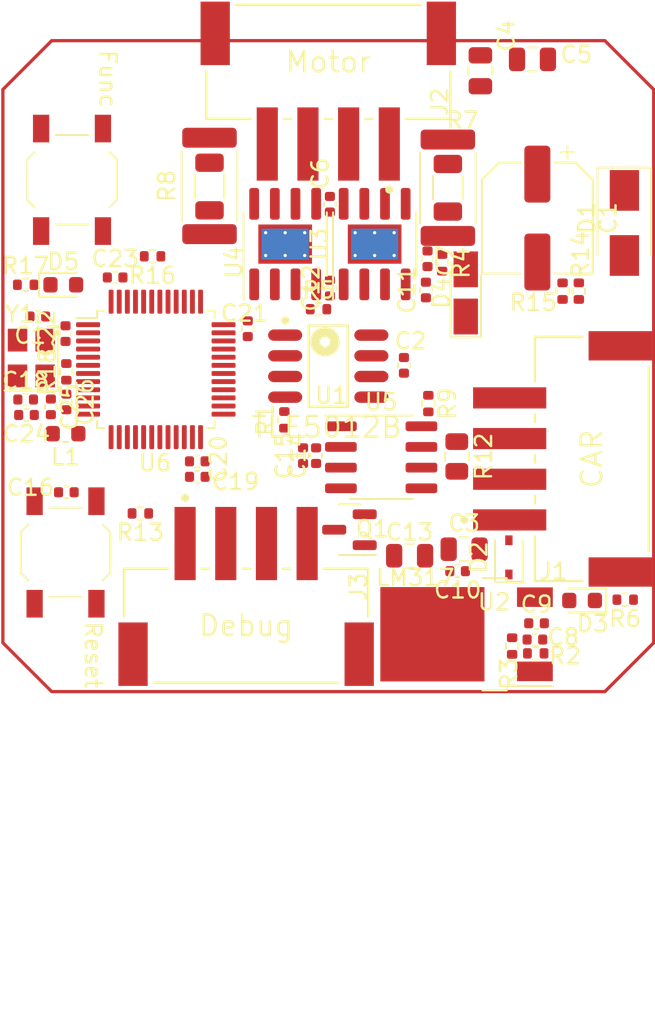
<source format=kicad_pcb>
(kicad_pcb (version 20211014) (generator pcbnew)
  (layers (0 "F.Cu" signal) (31 "B.Cu" signal) (34 "B.Paste" user) (35 "F.Paste" user) (36 "B.SilkS" user "B.Silkscreen") (37 "F.SilkS" user "F.Silkscreen") (38 "B.Mask" user) (39 "F.Mask" user) (44 "Edge.Cuts" user))
  (net 0 "")
  (net 1 "+3.3V")
  (net 2 "VMOT")
  (net 3 "Net-(C3-Pad1)")
  (net 4 "NRST")
  (net 5 "+3.3VA")
  (net 6 "Net-(D3-Pad1)")
  (net 7 "VMOT_ADC")
  (net 8 "Net-(D5-Pad1)")
  (net 9 "Net-(D5-Pad2)")
  (net 10 "Motor_A1")
  (net 11 "Motor_A2")
  (net 12 "Motor_B1")
  (net 13 "Motor_B2")
  (net 14 "TLE_IFA")
  (net 15 "TLE_IFB")
  (net 16 "TLE_CLK")
  (net 17 "GND")
  (net 18 "SWDIO")
  (net 19 "SWCLK")
  (net 20 "CAN_TXD")
  (net 21 "CAN_RXD")
  (net 22 "TLE_DATA")
  (net 23 "Net-(R1-Pad2)")
  (net 24 "VREF_A_PWM")
  (net 25 "VREF_B_PWM")
  (net 26 "LSS_A")
  (net 27 "LSS_B")
  (net 28 "CAN_RS")
  (net 29 "CAN_H")
  (net 30 "CAN_L")
  (net 31 "Net-(R16-Pad2)")
  (net 32 "Net-(R18-Pad2)")
  (net 33 "TLE_SCK")
  (net 34 "TLE_CSQ")
  (net 35 "A4950_A_IN2")
  (net 36 "A4950_A_IN1")
  (net 37 "A4950_B_IN2")
  (net 38 "+BATT")
  (net 39 "A4950_B_IN1")
  (net 54 "USART_TX")
  (net 55 "USART_RX")
  (net 58 "SWO")
  (net 59 "Net-(C8-Pad1)")
  (net 60 "Net-(C11-Pad1)")
  (net 61 "Net-(C12-Pad1)")
  (net 62 "Net-(C17-Pad2)")
  (net 63 "Net-(C18-Pad2)")
  (net 64 "Net-(J3-Pad4)")
  (footprint "Button_Switch_SMD:SW_SPST_TL3342" (layer "F.Cu") (at 84.25 88.55 -90)
    (fp_text reference "SW2")
    (fp_text value "Func" (at -6.2 -2.2 -90 unlocked) (layer "F.SilkS"))
    (pad "1" smd rect (at 3.15 -1.9 270) (size 1.7 1) (layers "F.Cu" "F.Paste" "F.Mask") (net 31 "Net-(R16-Pad2)"))
    (pad "1" smd rect (at -3.15 -1.9 270) (size 1.7 1) (layers "F.Cu" "F.Paste" "F.Mask") (net 31 "Net-(R16-Pad2)"))
    (pad "2" smd rect (at 3.15 1.9 270) (size 1.7 1) (layers "F.Cu" "F.Paste" "F.Mask") (net 1 "+3.3V"))
    (pad "2" smd rect (at -3.15 1.9 270) (size 1.7 1) (layers "F.Cu" "F.Paste" "F.Mask") (net 1 "+3.3V"))
  )
  (footprint "Capacitor_SMD:C_0402_1005Metric" (layer "F.Cu") (at 81.45 103 180)
    (fp_text reference "C24" (at 0 -1.16) (layer "F.SilkS"))
    (fp_text value "10u")
    (pad "1" smd roundrect (at -0.48 0 180) (size 0.56 0.62) (layers "F.Cu" "F.Paste" "F.Mask") (net 5 "+3.3VA"))
    (pad "2" smd roundrect (at 0.48 0 180) (size 0.56 0.62) (layers "F.Cu" "F.Paste" "F.Mask") (net 17 "GND"))
  )
  (footprint "Resistor_SMD:R_0402_1005Metric" (layer "F.Cu") (at 88.45 109.05 180)
    (fp_text reference "R13" (at 0 -1.17) (layer "F.SilkS"))
    (fp_text value "20k")
    (pad "1" smd roundrect (at -0.51 0 180) (size 0.54 0.64) (layers "F.Cu" "F.Paste" "F.Mask") (net 1 "+3.3V"))
    (pad "2" smd roundrect (at 0.51 0 180) (size 0.54 0.64) (layers "F.Cu" "F.Paste" "F.Mask") (net 4 "NRST"))
  )
  (footprint "Resistor_SMD:R_2512_6332Metric" (layer "F.Cu") (at 107.35 89.0375 90)
    (fp_text reference "R7" (at 4.1375 0.9 180) (layer "F.SilkS"))
    (fp_text value "0.1R")
    (pad "1" smd roundrect (at -2.9625 0 90) (size 1.225 3.35) (layers "F.Cu" "F.Paste" "F.Mask") (roundrect_rratio 0.204082) (net 17 "GND"))
    (pad "2" smd roundrect (at 2.9625 0 90) (size 1.225 3.35) (layers "F.Cu" "F.Paste" "F.Mask") (roundrect_rratio 0.204082) (net 26 "LSS_A"))
  )
  (footprint "Capacitor_SMD:C_0402_1005Metric" (layer "F.Cu") (at 104.65 99.95 90)
    (fp_text reference "C2" (at 1.5 0.4 180) (layer "F.SilkS"))
    (fp_text value "100n")
    (pad "1" smd roundrect (at -0.48 0 90) (size 0.56 0.62) (layers "F.Cu" "F.Paste" "F.Mask") (net 1 "+3.3V"))
    (pad "2" smd roundrect (at 0.48 0 90) (size 0.56 0.62) (layers "F.Cu" "F.Paste" "F.Mask") (net 17 "GND"))
  )
  (footprint "Resistor_SMD:R_0402_1005Metric" (layer "F.Cu") (at 106.15 102.3 -90)
    (fp_text reference "R9" (at 0 -1.17 90) (layer "F.SilkS"))
    (fp_text value "20k")
    (pad "1" smd roundrect (at -0.51 0 270) (size 0.54 0.64) (layers "F.Cu" "F.Paste" "F.Mask") (net 17 "GND"))
    (pad "2" smd roundrect (at 0.51 0 270) (size 0.54 0.64) (layers "F.Cu" "F.Paste" "F.Mask") (net 28 "CAN_RS"))
  )
  (footprint "Capacitor_SMD:C_0402_1005Metric" (layer "F.Cu") (at 98.45 105.5 90)
    (fp_text reference "C15" (at 0 -1.16 90) (layer "F.SilkS"))
    (fp_text value "100n")
    (pad "1" smd roundrect (at -0.48 0 90) (size 0.56 0.62) (layers "F.Cu" "F.Paste" "F.Mask") (net 1 "+3.3V"))
    (pad "2" smd roundrect (at 0.48 0 90) (size 0.56 0.62) (layers "F.Cu" "F.Paste" "F.Mask") (net 17 "GND"))
  )
  (footprint "Resistor_SMD:R_0402_1005Metric" (layer "F.Cu") (at 111.3 117.2 -90)
    (fp_text reference "R3" (at 1.7 0.2 90) (layer "F.SilkS"))
    (fp_text value "200")
    (pad "1" smd roundrect (at -0.51 0 270) (size 0.54 0.64) (layers "F.Cu" "F.Paste" "F.Mask") (net 1 "+3.3V"))
    (pad "2" smd roundrect (at 0.51 0 270) (size 0.54 0.64) (layers "F.Cu" "F.Paste" "F.Mask") (net 59 "Net-(C8-Pad1)"))
  )
  (footprint "Resistor_SMD:R_0402_1005Metric" (layer "F.Cu") (at 115.4 95.39 90)
    (fp_text reference "R14" (at 2.25 0.1 90) (layer "F.SilkS"))
    (fp_text value "20k")
    (pad "1" smd roundrect (at -0.51 0 90) (size 0.54 0.64) (layers "F.Cu" "F.Paste" "F.Mask") (net 7 "VMOT_ADC"))
    (pad "2" smd roundrect (at 0.51 0 90) (size 0.54 0.64) (layers "F.Cu" "F.Paste" "F.Mask") (net 2 "VMOT"))
  )
  (footprint "Package_TO_SOT_SMD:TO-252-2" (layer "F.Cu") (at 108.5 116.475 180)
    (fp_text reference "U2" (at -1.7 1.975) (layer "F.SilkS"))
    (fp_text value "LM317" (at 3.15 3.475) (layer "F.SilkS"))
    (pad "1" smd rect (at -4.2 -2.28 180) (size 2.2 1.2) (layers "F.Cu" "F.Paste" "F.Mask") (net 59 "Net-(C8-Pad1)"))
    (pad "2" smd rect (at 2.1 0 180) (size 6.4 5.8) (layers "F.Cu" "F.Mask") (net 1 "+3.3V"))
    (pad "3" smd rect (at -4.2 2.28 180) (size 2.2 1.2) (layers "F.Cu" "F.Paste" "F.Mask") (net 3 "Net-(C3-Pad1)"))
  )
  (footprint "LED_SMD:LED_0603_1608Metric" (layer "F.Cu") (at 115.6 114.4 180)
    (fp_text reference "D3" (at -0.65 -1.43) (layer "F.SilkS"))
    (fp_text value "Yellow")
    (pad "1" smd roundrect (at -0.7875 0 180) (size 0.875 0.95) (layers "F.Cu" "F.Paste" "F.Mask") (net 6 "Net-(D3-Pad1)"))
    (pad "2" smd roundrect (at 0.7875 0 180) (size 0.875 0.95) (layers "F.Cu" "F.Paste" "F.Mask") (net 1 "+3.3V"))
  )
  (footprint "Capacitor_SMD:C_0805_2012Metric" (layer "F.Cu") (at 109.35 81.85 90)
    (fp_text reference "C4" (at 2.15 1.6 90) (layer "F.SilkS"))
    (fp_text value "10u")
    (pad "1" smd roundrect (at -0.95 0 90) (size 1 1.45) (layers "F.Cu" "F.Paste" "F.Mask") (net 2 "VMOT"))
    (pad "2" smd roundrect (at 0.95 0 90) (size 1 1.45) (layers "F.Cu" "F.Paste" "F.Mask") (net 17 "GND"))
  )
  (footprint "Package_TO_SOT_SMD:SOT-23" (layer "F.Cu") (at 101.3 110.05 180)
    (fp_text reference "Q1" (at -1.4 0.05) (layer "F.SilkS"))
    (fp_text value "BSS84")
    (pad "1" smd roundrect (at -0.9375 -0.95 180) (size 1.475 0.6) (layers "F.Cu" "F.Paste" "F.Mask") (net 17 "GND"))
    (pad "2" smd roundrect (at -0.9375 0.95 180) (size 1.475 0.6) (layers "F.Cu" "F.Paste" "F.Mask") (net 1 "+3.3V"))
    (pad "3" smd roundrect (at 0.9375 0 180) (size 1.475 0.6) (layers "F.Cu" "F.Paste" "F.Mask") (net 64 "Net-(J3-Pad4)"))
  )
  (footprint "Capacitor_SMD:C_0402_1005Metric" (layer "F.Cu") (at 83.85 98 -90)
    (fp_text reference "C22" (at 0 1.15 90) (layer "F.SilkS"))
    (fp_text value "100n")
    (pad "1" smd roundrect (at -0.48 0 270) (size 0.56 0.62) (layers "F.Cu" "F.Paste" "F.Mask") (net 1 "+3.3V"))
    (pad "2" smd roundrect (at 0.48 0 270) (size 0.56 0.62) (layers "F.Cu" "F.Paste" "F.Mask") (net 17 "GND"))
  )
  (footprint "Capacitor_SMD:CP_Elec_6.3x5.7" (layer "F.Cu") (at 112.85 90.9 -90)
    (fp_text reference "C1" (at 0 -4.35 90) (layer "F.SilkS"))
    (fp_text value "100uF 35V VT")
    (pad "1" smd roundrect (at -2.7 0 270) (size 3.5 1.6) (layers "F.Cu" "F.Paste" "F.Mask") (roundrect_rratio 0.15625) (net 2 "VMOT"))
    (pad "2" smd roundrect (at 2.7 0 270) (size 3.5 1.6) (layers "F.Cu" "F.Paste" "F.Mask") (roundrect_rratio 0.15625) (net 17 "GND"))
  )
  (footprint "Capacitor_SMD:C_0402_1005Metric" (layer "F.Cu") (at 106 95.32 90)
    (fp_text reference "C11" (at 0 -1.16 90) (layer "F.SilkS"))
    (fp_text value "100n")
    (pad "1" smd roundrect (at -0.48 0 90) (size 0.56 0.62) (layers "F.Cu" "F.Paste" "F.Mask") (net 60 "Net-(C11-Pad1)"))
    (pad "2" smd roundrect (at 0.48 0 90) (size 0.56 0.62) (layers "F.Cu" "F.Paste" "F.Mask") (net 17 "GND"))
  )
  (footprint "Resistor_SMD:R_0402_1005Metric" (layer "F.Cu") (at 81.4 95)
    (fp_text reference "R17" (at 0 -1.17) (layer "F.SilkS"))
    (fp_text value "2k")
    (pad "1" smd roundrect (at -0.51 0) (size 0.54 0.64) (layers "F.Cu" "F.Paste" "F.Mask") (net 17 "GND"))
    (pad "2" smd roundrect (at 0.51 0) (size 0.54 0.64) (layers "F.Cu" "F.Paste" "F.Mask") (net 8 "Net-(D5-Pad1)"))
  )
  (footprint "Capacitor_SMD:C_0402_1005Metric" (layer "F.Cu") (at 112.7 116.8)
    (fp_text reference "C8" (at 1.75 -0.15) (layer "F.SilkS"))
    (fp_text value "100n")
    (pad "1" smd roundrect (at -0.48 0) (size 0.56 0.62) (layers "F.Cu" "F.Paste" "F.Mask") (net 59 "Net-(C8-Pad1)"))
    (pad "2" smd roundrect (at 0.48 0) (size 0.56 0.62) (layers "F.Cu" "F.Paste" "F.Mask") (net 17 "GND"))
  )
  (footprint "Capacitor_SMD:C_0805_2012Metric" (layer "F.Cu") (at 112.55 81.15)
    (fp_text reference "C5" (at 2.7 -0.3) (layer "F.SilkS"))
    (fp_text value "10u")
    (pad "1" smd roundrect (at -0.95 0) (size 1 1.45) (layers "F.Cu" "F.Paste" "F.Mask") (net 2 "VMOT"))
    (pad "2" smd roundrect (at 0.95 0) (size 1 1.45) (layers "F.Cu" "F.Paste" "F.Mask") (net 17 "GND"))
  )
  (footprint "Capacitor_SMD:C_0402_1005Metric" (layer "F.Cu") (at 86.9 94.55)
    (fp_text reference "C23" (at 0 -1.16) (layer "F.SilkS"))
    (fp_text value "100n")
    (pad "1" smd roundrect (at -0.48 0) (size 0.56 0.62) (layers "F.Cu" "F.Paste" "F.Mask") (net 1 "+3.3V"))
    (pad "2" smd roundrect (at 0.48 0) (size 0.56 0.62) (layers "F.Cu" "F.Paste" "F.Mask") (net 17 "GND"))
  )
  (footprint "Diode_SMD:D_SMA" (layer "F.Cu") (at 118.2 91.2 -90)
    (fp_text reference "D1" (at -0.3 2.3 90) (layer "F.SilkS"))
    (fp_text value "SS54" hide)
    (pad "1" smd rect (at -2 0 270) (size 2.5 1.8) (layers "F.Cu" "F.Paste" "F.Mask") (net 2 "VMOT"))
    (pad "2" smd rect (at 2 0 270) (size 2.5 1.8) (layers "F.Cu" "F.Paste" "F.Mask") (net 38 "+BATT"))
  )
  (footprint "Capacitor_SMD:C_0402_1005Metric" (layer "F.Cu") (at 91.95 106.8 180)
    (fp_text reference "C19" (at -2.35 -0.3) (layer "F.SilkS"))
    (fp_text value "10u")
    (pad "1" smd roundrect (at -0.48 0 180) (size 0.56 0.62) (layers "F.Cu" "F.Paste" "F.Mask") (net 1 "+3.3V"))
    (pad "2" smd roundrect (at 0.48 0 180) (size 0.56 0.62) (layers "F.Cu" "F.Paste" "F.Mask") (net 17 "GND"))
  )
  (footprint "Capacitor_SMD:C_0402_1005Metric" (layer "F.Cu") (at 100.1 90.05 -90)
    (fp_text reference "C6" (at -1.88 0.6 90) (layer "F.SilkS"))
    (fp_text value "470n" hide)
    (pad "1" smd roundrect (at -0.48 0 270) (size 0.56 0.62) (layers "F.Cu" "F.Paste" "F.Mask") (net 2 "VMOT"))
    (pad "2" smd roundrect (at 0.48 0 270) (size 0.56 0.62) (layers "F.Cu" "F.Paste" "F.Mask") (net 17 "GND"))
  )
  (footprint "Capacitor_SMD:C_0402_1005Metric" (layer "F.Cu") (at 112.8 115.8)
    (fp_text reference "C9" (at 0 -1.16) (layer "F.SilkS"))
    (fp_text value "10u")
    (pad "1" smd roundrect (at -0.48 0) (size 0.56 0.62) (layers "F.Cu" "F.Paste" "F.Mask") (net 59 "Net-(C8-Pad1)"))
    (pad "2" smd roundrect (at 0.48 0) (size 0.56 0.62) (layers "F.Cu" "F.Paste" "F.Mask") (net 17 "GND"))
  )
  (footprint "Diode_SMD:D_SOD-323" (layer "F.Cu") (at 111.1 111.75 90)
    (fp_text reference "D2" (at 0 -1.85 90) (layer "F.SilkS"))
    (fp_text value "1N5819WS")
    (pad "1" smd rect (at -1.05 0 90) (size 0.6 0.45) (layers "F.Cu" "F.Paste" "F.Mask") (net 3 "Net-(C3-Pad1)"))
    (pad "2" smd rect (at 1.05 0 90) (size 0.6 0.45) (layers "F.Cu" "F.Paste" "F.Mask") (net 38 "+BATT"))
  )
  (footprint "Capacitor_SMD:C_0402_1005Metric" (layer "F.Cu") (at 91.95 105.85 180)
    (fp_text reference "C20" (at -1.3 0.15 90) (layer "F.SilkS"))
    (fp_text value "100n")
    (pad "1" smd roundrect (at -0.48 0 180) (size 0.56 0.62) (layers "F.Cu" "F.Paste" "F.Mask") (net 1 "+3.3V"))
    (pad "2" smd roundrect (at 0.48 0 180) (size 0.56 0.62) (layers "F.Cu" "F.Paste" "F.Mask") (net 17 "GND"))
  )
  (footprint "Capacitor_SMD:C_0402_1005Metric" (layer "F.Cu") (at 95.05 97.7 -90)
    (fp_text reference "C21" (at -0.95 0.2 180) (layer "F.SilkS"))
    (fp_text value "100n")
    (pad "1" smd roundrect (at -0.48 0 270) (size 0.56 0.62) (layers "F.Cu" "F.Paste" "F.Mask") (net 1 "+3.3V"))
    (pad "2" smd roundrect (at 0.48 0 270) (size 0.56 0.62) (layers "F.Cu" "F.Paste" "F.Mask") (net 17 "GND"))
  )
  (footprint "Button_Switch_SMD:SW_SPST_TL3342" (layer "F.Cu") (at 83.85 111.45 -90)
    (fp_text reference "SW1")
    (fp_text value "Reset" (at 6.3 -1.7 -90 unlocked) (layer "F.SilkS"))
    (pad "1" smd rect (at 3.15 -1.9 270) (size 1.7 1) (layers "F.Cu" "F.Paste" "F.Mask") (net 17 "GND"))
    (pad "1" smd rect (at -3.15 -1.9 270) (size 1.7 1) (layers "F.Cu" "F.Paste" "F.Mask") (net 17 "GND"))
    (pad "2" smd rect (at -3.15 1.9 270) (size 1.7 1) (layers "F.Cu" "F.Paste" "F.Mask") (net 4 "NRST"))
    (pad "2" smd rect (at 3.15 1.9 270) (size 1.7 1) (layers "F.Cu" "F.Paste" "F.Mask") (net 4 "NRST"))
  )
  (footprint "LED_SMD:LED_0603_1608Metric" (layer "F.Cu") (at 83.7125 95)
    (fp_text reference "D5" (at 0 -1.43) (layer "F.SilkS"))
    (fp_text value "RED")
    (pad "1" smd roundrect (at -0.7875 0) (size 0.875 0.95) (layers "F.Cu" "F.Paste" "F.Mask") (net 8 "Net-(D5-Pad1)"))
    (pad "2" smd roundrect (at 0.7875 0) (size 0.875 0.95) (layers "F.Cu" "F.Paste" "F.Mask") (net 9 "Net-(D5-Pad2)"))
  )
  (footprint "Capacitor_SMD:C_0805_2012Metric" (layer "F.Cu") (at 105 111.65)
    (fp_text reference "C13" (at 0 -1.45) (layer "F.SilkS"))
    (fp_text value ">25u")
    (pad "1" smd roundrect (at -0.95 0) (size 1 1.45) (layers "F.Cu" "F.Paste" "F.Mask") (net 1 "+3.3V"))
    (pad "2" smd roundrect (at 0.95 0) (size 1 1.45) (layers "F.Cu" "F.Paste" "F.Mask") (net 17 "GND"))
  )
  (footprint "Resistor_SMD:R_0402_1005Metric" (layer "F.Cu") (at 107 93.65 -90)
    (fp_text reference "R4" (at 0 -1.17 90) (layer "F.SilkS"))
    (fp_text value "1k")
    (pad "1" smd roundrect (at -0.51 0 270) (size 0.54 0.64) (layers "F.Cu" "F.Paste" "F.Mask") (net 24 "VREF_A_PWM"))
    (pad "2" smd roundrect (at 0.51 0 270) (size 0.54 0.64) (layers "F.Cu" "F.Paste" "F.Mask") (net 60 "Net-(C11-Pad1)"))
  )
  (footprint "Connector_JST_SMD:JST-S4B-XH-SM4-TB" (layer "F.Cu") (at 116.2 105.7 90)
    (fp_text reference "J1" (at -6.9 -3.3 180) (layer "F.SilkS") (effects (justify left)))
    (fp_text value "CAR" (at 0 0 90) (layer "F.SilkS") (effects (font (size 1.27 1.27))))
    (pad "1" smd rect (at -3.75 -5.05 90) (size 1.3 4.5) (layers "F.Cu" "F.Paste" "F.Mask") (net 38 "+BATT"))
    (pad "2" smd rect (at -1.25 -5.05 90) (size 1.3 4.5) (layers "F.Cu" "F.Paste" "F.Mask") (net 30 "CAN_L"))
    (pad "3" smd rect (at 1.25 -5.05 90) (size 1.3 4.5) (layers "F.Cu" "F.Paste" "F.Mask") (net 29 "CAN_H"))
    (pad "4" smd rect (at 3.75 -5.05 90) (size 1.3 4.5) (layers "F.Cu" "F.Paste" "F.Mask") (net 17 "GND"))
    (pad "5" smd rect (at -6.95 1.75 90) (size 1.8 3.9) (layers "F.Cu" "F.Paste" "F.Mask"))
    (pad "6" smd rect (at 6.95 1.75 90) (size 1.8 3.9) (layers "F.Cu" "F.Paste" "F.Mask"))
  )
  (footprint "tle_foot:Infineon-TLE5012-Level_A" (layer "F.Cu") (at 100 100)
    (fp_text reference "U1" (at -0.9 1.8) (layer "F.SilkS") (effects (justify left)))
    (fp_text value "TLE5012B" (at -0.1 3.75) (layer "F.SilkS") (effects (font (size 1.27 1.27))))
    (pad "1" smd roundrect locked (at -2.65 -1.905 270) (size 0.700001 2.100001) (layers "F.Cu" "F.Paste" "F.Mask") (roundrect_rratio 0.5) (net 16 "TLE_CLK"))
    (pad "2" smd roundrect locked (at -2.65 -0.635 270) (size 0.700001 2.100001) (layers "F.Cu" "F.Paste" "F.Mask") (roundrect_rratio 0.5) (net 33 "TLE_SCK"))
    (pad "3" smd roundrect locked (at -2.65 0.635 270) (size 0.700001 2.100001) (layers "F.Cu" "F.Paste" "F.Mask") (roundrect_rratio 0.5) (net 34 "TLE_CSQ"))
    (pad "4" smd roundrect locked (at -2.65 1.905 270) (size 0.700001 2.100001) (layers "F.Cu" "F.Paste" "F.Mask") (roundrect_rratio 0.5) (net 23 "Net-(R1-Pad2)"))
    (pad "5" smd roundrect locked (at 2.65 1.905 270) (size 0.700001 2.100001) (layers "F.Cu" "F.Paste" "F.Mask") (roundrect_rratio 0.5) (net 14 "TLE_IFA"))
    (pad "6" smd roundrect locked (at 2.65 0.635 270) (size 0.700001 2.100001) (layers "F.Cu" "F.Paste" "F.Mask") (roundrect_rratio 0.5) (net 1 "+3.3V"))
    (pad "7" smd roundrect locked (at 2.65 -0.635 270) (size 0.700001 2.100001) (layers "F.Cu" "F.Paste" "F.Mask") (roundrect_rratio 0.5) (net 17 "GND"))
    (pad "8" smd roundrect locked (at 2.65 -1.905 270) (size 0.700001 2.100001) (layers "F.Cu" "F.Paste" "F.Mask") (roundrect_rratio 0.5) (net 15 "TLE_IFB"))
  )
  (footprint "Inductor_SMD:L_0603_1608Metric" (layer "F.Cu") (at 83.85 104.15 180)
    (fp_text reference "L1" (at 0 -1.43 180) (layer "F.SilkS"))
    (fp_text value "68n")
    (pad "1" smd roundrect (at -0.7875 0 180) (size 0.875 0.95) (layers "F.Cu" "F.Paste" "F.Mask") (net 1 "+3.3V"))
    (pad "2" smd roundrect (at 0.7875 0 180) (size 0.875 0.95) (layers "F.Cu" "F.Paste" "F.Mask") (net 5 "+3.3VA"))
  )
  (footprint "Connector_JST_SMD:JST-S4B-XH-SM4-TB" (layer "F.Cu") (at 100 81.3 180)
    (fp_text reference "J2" (at -6.85 -1.5 90) (layer "F.SilkS") (effects (justify right)))
    (fp_text value "Motor" (at 0 0) (layer "F.SilkS") (effects (font (size 1.27 1.27))))
    (pad "1" smd rect (at -3.75 -5.05 180) (size 1.3 4.5) (layers "F.Cu" "F.Paste" "F.Mask") (net 10 "Motor_A1"))
    (pad "2" smd rect (at -1.25 -5.05 180) (size 1.3 4.5) (layers "F.Cu" "F.Paste" "F.Mask") (net 11 "Motor_A2"))
    (pad "3" smd rect (at 1.25 -5.05 180) (size 1.3 4.5) (layers "F.Cu" "F.Paste" "F.Mask") (net 12 "Motor_B1"))
    (pad "4" smd rect (at 3.75 -5.05 180) (size 1.3 4.5) (layers "F.Cu" "F.Paste" "F.Mask") (net 13 "Motor_B2"))
    (pad "5" smd rect (at -6.95 1.75 180) (size 1.8 3.9) (layers "F.Cu" "F.Paste" "F.Mask"))
    (pad "6" smd rect (at 6.95 1.75 180) (size 1.8 3.9) (layers "F.Cu" "F.Paste" "F.Mask"))
  )
  (footprint "Resistor_SMD:R_0402_1005Metric" (layer "F.Cu") (at 83.9 100.35 90)
    (fp_text reference "R18" (at 0 -1.17 90) (layer "F.SilkS"))
    (fp_text value "100")
    (pad "1" smd roundrect (at -0.51 0 90) (size 0.54 0.64) (layers "F.Cu" "F.Paste" "F.Mask") (net 63 "Net-(C18-Pad2)"))
    (pad "2" smd roundrect (at 0.51 0 90) (size 0.54 0.64) (layers "F.Cu" "F.Paste" "F.Mask") (net 32 "Net-(R18-Pad2)"))
  )
  (footprint "Connector_JST_SMD:JST-S4B-XH-SM4-TB" (layer "F.Cu") (at 94.95 115.95)
    (fp_text reference "J3" (at 6.9 -1.45 270) (layer "F.SilkS") (effects (justify left)))
    (fp_text value "Debug" (at 0 0) (layer "F.SilkS") (effects (font (size 1.27 1.27))))
    (pad "1" smd rect (at -3.75 -5.05) (size 1.3 4.5) (layers "F.Cu" "F.Paste" "F.Mask") (net 17 "GND"))
    (pad "2" smd rect (at -1.25 -5.05) (size 1.3 4.5) (layers "F.Cu" "F.Paste" "F.Mask") (net 18 "SWDIO"))
    (pad "3" smd rect (at 1.25 -5.05) (size 1.3 4.5) (layers "F.Cu" "F.Paste" "F.Mask") (net 19 "SWCLK"))
    (pad "4" smd rect (at 3.75 -5.05) (size 1.3 4.5) (layers "F.Cu" "F.Paste" "F.Mask") (net 64 "Net-(J3-Pad4)"))
    (pad "5" smd rect (at -6.95 1.75) (size 1.8 3.9) (layers "F.Cu" "F.Paste" "F.Mask"))
    (pad "6" smd rect (at 6.95 1.75) (size 1.8 3.9) (layers "F.Cu" "F.Paste" "F.Mask"))
  )
  (footprint "Resistor_SMD:R_0402_1005Metric" (layer "F.Cu") (at 97.3 103.3 90)
    (fp_text reference "R1" (at 0 -1.17 90) (layer "F.SilkS"))
    (fp_text value "470")
    (pad "1" smd roundrect (at -0.51 0 90) (size 0.54 0.64) (layers "F.Cu" "F.Paste" "F.Mask") (net 22 "TLE_DATA"))
    (pad "2" smd roundrect (at 0.51 0 90) (size 0.54 0.64) (layers "F.Cu" "F.Paste" "F.Mask") (net 23 "Net-(R1-Pad2)"))
  )
  (footprint "Package_QFP:LQFP-48_7x7mm_P0.5mm" (layer "F.Cu") (at 89.4 100.2)
    (fp_text reference "U6" (at -0.05 5.75) (layer "F.SilkS"))
    (fp_text value "STM32F103CBT6")
    (pad "1" smd roundrect (at -4.1625 -2.75) (size 1.475 0.3) (layers "F.Cu" "F.Paste" "F.Mask") (net 1 "+3.3V"))
    (pad "2" smd roundrect (at -4.1625 -2.25) (size 1.475 0.3) (layers "F.Cu" "F.Paste" "F.Mask") (net 9 "Net-(D5-Pad2)"))
    (pad "3" smd roundrect (at -4.1625 -1.75) (size 1.475 0.3) (layers "F.Cu" "F.Paste" "F.Mask"))
    (pad "4" smd roundrect (at -4.1625 -1.25) (size 1.475 0.3) (layers "F.Cu" "F.Paste" "F.Mask"))
    (pad "5" smd roundrect (at -4.1625 -0.75) (size 1.475 0.3) (layers "F.Cu" "F.Paste" "F.Mask") (net 62 "Net-(C17-Pad2)"))
    (pad "6" smd roundrect (at -4.1625 -0.25) (size 1.475 0.3) (layers "F.Cu" "F.Paste" "F.Mask") (net 32 "Net-(R18-Pad2)"))
    (pad "7" smd roundrect (at -4.1625 0.25) (size 1.475 0.3) (layers "F.Cu" "F.Paste" "F.Mask") (net 4 "NRST"))
    (pad "8" smd roundrect (at -4.1625 0.75) (size 1.475 0.3) (layers "F.Cu" "F.Paste" "F.Mask") (net 17 "GND"))
    (pad "9" smd roundrect (at -4.1625 1.25) (size 1.475 0.3) (layers "F.Cu" "F.Paste" "F.Mask") (net 5 "+3.3VA"))
    (pad "10" smd roundrect (at -4.1625 1.75) (size 1.475 0.3) (layers "F.Cu" "F.Paste" "F.Mask") (net 26 "LSS_A"))
    (pad "11" smd roundrect (at -4.1625 2.25) (size 1.475 0.3) (layers "F.Cu" "F.Paste" "F.Mask") (net 27 "LSS_B"))
    (pad "12" smd roundrect (at -4.1625 2.75) (size 1.475 0.3) (layers "F.Cu" "F.Paste" "F.Mask"))
    (pad "13" smd roundrect (at -2.75 4.1625) (size 0.3 1.475) (layers "F.Cu" "F.Paste" "F.Mask") (net 7 "VMOT_ADC"))
    (pad "14" smd roundrect (at -2.25 4.1625) (size 0.3 1.475) (layers "F.Cu" "F.Paste" "F.Mask") (net 34 "TLE_CSQ"))
    (pad "15" smd roundrect (at -1.75 4.1625) (size 0.3 1.475) (layers "F.Cu" "F.Paste" "F.Mask") (net 33 "TLE_SCK"))
    (pad "16" smd roundrect (at -1.25 4.1625) (size 0.3 1.475) (layers "F.Cu" "F.Paste" "F.Mask"))
    (pad "17" smd roundrect (at -0.75 4.1625) (size 0.3 1.475) (layers "F.Cu" "F.Paste" "F.Mask") (net 22 "TLE_DATA"))
    (pad "18" smd roundrect (at -0.25 4.1625) (size 0.3 1.475) (layers "F.Cu" "F.Paste" "F.Mask"))
    (pad "19" smd roundrect (at 0.25 4.1625) (size 0.3 1.475) (layers "F.Cu" "F.Paste" "F.Mask"))
    (pad "20" smd roundrect (at 0.75 4.1625) (size 0.3 1.475) (layers "F.Cu" "F.Paste" "F.Mask") (net 28 "CAN_RS"))
    (pad "21" smd roundrect (at 1.25 4.1625) (size 0.3 1.475) (layers "F.Cu" "F.Paste" "F.Mask"))
    (pad "22" smd roundrect (at 1.75 4.1625) (size 0.3 1.475) (layers "F.Cu" "F.Paste" "F.Mask"))
    (pad "23" smd roundrect (at 2.25 4.1625) (size 0.3 1.475) (layers "F.Cu" "F.Paste" "F.Mask") (net 17 "GND"))
    (pad "24" smd roundrect (at 2.75 4.1625) (size 0.3 1.475) (layers "F.Cu" "F.Paste" "F.Mask") (net 1 "+3.3V"))
    (pad "25" smd roundrect (at 4.1625 2.75) (size 1.475 0.3) (layers "F.Cu" "F.Paste" "F.Mask"))
    (pad "26" smd roundrect (at 4.1625 2.25) (size 1.475 0.3) (layers "F.Cu" "F.Paste" "F.Mask"))
    (pad "27" smd roundrect (at 4.1625 1.75) (size 1.475 0.3) (layers "F.Cu" "F.Paste" "F.Mask"))
    (pad "28" smd roundrect (at 4.1625 1.25) (size 1.475 0.3) (layers "F.Cu" "F.Paste" "F.Mask"))
    (pad "29" smd roundrect (at 4.1625 0.75) (size 1.475 0.3) (layers "F.Cu" "F.Paste" "F.Mask"))
    (pad "30" smd roundrect (at 4.1625 0.25) (size 1.475 0.3) (layers "F.Cu" "F.Paste" "F.Mask") (net 54 "USART_TX"))
    (pad "31" smd roundrect (at 4.1625 -0.25) (size 1.475 0.3) (layers "F.Cu" "F.Paste" "F.Mask") (net 55 "USART_RX"))
    (pad "32" smd roundrect (at 4.1625 -0.75) (size 1.475 0.3) (layers "F.Cu" "F.Paste" "F.Mask") (net 21 "CAN_RXD"))
    (pad "33" smd roundrect (at 4.1625 -1.25) (size 1.475 0.3) (layers "F.Cu" "F.Paste" "F.Mask") (net 20 "CAN_TXD"))
    (pad "34" smd roundrect (at 4.1625 -1.75) (size 1.475 0.3) (layers "F.Cu" "F.Paste" "F.Mask") (net 18 "SWDIO"))
    (pad "35" smd roundrect (at 4.1625 -2.25) (size 1.475 0.3) (layers "F.Cu" "F.Paste" "F.Mask") (net 17 "GND"))
    (pad "36" smd roundrect (at 4.1625 -2.75) (size 1.475 0.3) (layers "F.Cu" "F.Paste" "F.Mask") (net 1 "+3.3V"))
    (pad "37" smd roundrect (at 2.75 -4.1625) (size 0.3 1.475) (layers "F.Cu" "F.Paste" "F.Mask"))
    (pad "38" smd roundrect (at 2.25 -4.1625) (size 0.3 1.475) (layers "F.Cu" "F.Paste" "F.Mask"))
    (pad "39" smd roundrect (at 1.75 -4.1625) (size 0.3 1.475) (layers "F.Cu" "F.Paste" "F.Mask") (net 58 "SWO"))
    (pad "40" smd roundrect (at 1.25 -4.1625) (size 0.3 1.475) (layers "F.Cu" "F.Paste" "F.Mask") (net 25 "VREF_B_PWM"))
    (pad "41" smd roundrect (at 0.75 -4.1625) (size 0.3 1.475) (layers "F.Cu" "F.Paste" "F.Mask") (net 24 "VREF_A_PWM"))
    (pad "42" smd roundrect (at 0.25 -4.1625) (size 0.3 1.475) (layers "F.Cu" "F.Paste" "F.Mask") (net 36 "A4950_A_IN1"))
    (pad "43" smd roundrect (at -0.25 -4.1625) (size 0.3 1.475) (layers "F.Cu" "F.Paste" "F.Mask") (net 35 "A4950_A_IN2"))
    (pad "44" smd roundrect (at -0.75 -4.1625) (size 0.3 1.475) (layers "F.Cu" "F.Paste" "F.Mask") (net 31 "Net-(R16-Pad2)"))
    (pad "45" smd roundrect (at -1.25 -4.1625) (size 0.3 1.475) (layers "F.Cu" "F.Paste" "F.Mask") (net 39 "A4950_B_IN1"))
    (pad "46" smd roundrect (at -1.75 -4.1625) (size 0.3 1.475) (layers "F.Cu" "F.Paste" "F.Mask") (net 37 "A4950_B_IN2"))
    (pad "47" smd roundrect (at -2.25 -4.1625) (size 0.3 1.475) (layers "F.Cu" "F.Paste" "F.Mask") (net 17 "GND"))
    (pad "48" smd roundrect (at -2.75 -4.1625) (size 0.3 1.475) (layers "F.Cu" "F.Paste" "F.Mask") (net 1 "+3.3V"))
  )
  (footprint "Package_SO:SOIC-8_3.9x4.9mm_P1.27mm" (layer "F.Cu") (at 103.25 105.6)
    (fp_text reference "U5" (at 0 -3.4) (layer "F.SilkS"))
    (fp_text value "SN65HVD230" hide)
    (pad "1" smd roundrect (at -2.475 -1.905) (size 1.95 0.6) (layers "F.Cu" "F.Paste" "F.Mask") (net 20 "CAN_TXD"))
    (pad "2" smd roundrect (at -2.475 -0.635) (size 1.95 0.6) (layers "F.Cu" "F.Paste" "F.Mask") (net 17 "GND"))
    (pad "3" smd roundrect (at -2.475 0.635) (size 1.95 0.6) (layers "F.Cu" "F.Paste" "F.Mask") (net 1 "+3.3V"))
    (pad "4" smd roundrect (at -2.475 1.905) (size 1.95 0.6) (layers "F.Cu" "F.Paste" "F.Mask") (net 21 "CAN_RXD"))
    (pad "5" smd roundrect (at 2.475 1.905) (size 1.95 0.6) (layers "F.Cu" "F.Paste" "F.Mask"))
    (pad "6" smd roundrect (at 2.475 0.635) (size 1.95 0.6) (layers "F.Cu" "F.Paste" "F.Mask") (net 30 "CAN_L"))
    (pad "7" smd roundrect (at 2.475 -0.635) (size 1.95 0.6) (layers "F.Cu" "F.Paste" "F.Mask") (net 29 "CAN_H"))
    (pad "8" smd roundrect (at 2.475 -1.905) (size 1.95 0.6) (layers "F.Cu" "F.Paste" "F.Mask") (net 28 "CAN_RS"))
  )
  (footprint "Capacitor_SMD:C_0402_1005Metric" (layer "F.Cu") (at 100.1 95.2 90)
    (fp_text reference "C12" (at 0 -1.16 90) (layer "F.SilkS"))
    (fp_text value "100n")
    (pad "1" smd roundrect (at -0.48 0 90) (size 0.56 0.62) (layers "F.Cu" "F.Paste" "F.Mask") (net 61 "Net-(C12-Pad1)"))
    (pad "2" smd roundrect (at 0.48 0 90) (size 0.56 0.62) (layers "F.Cu" "F.Paste" "F.Mask") (net 17 "GND"))
  )
  (footprint "Capacitor_SMD:C_0402_1005Metric" (layer "F.Cu") (at 82.95 102.5 -90)
    (fp_text reference "C25" (at 0 -1.16 90) (layer "F.SilkS"))
    (fp_text value "1u")
    (pad "1" smd roundrect (at -0.48 0 270) (size 0.56 0.62) (layers "F.Cu" "F.Paste" "F.Mask") (net 5 "+3.3VA"))
    (pad "2" smd roundrect (at 0.48 0 270) (size 0.56 0.62) (layers "F.Cu" "F.Paste" "F.Mask") (net 17 "GND"))
  )
  (footprint "Capacitor_SMD:C_0805_2012Metric" (layer "F.Cu") (at 108.35 111.25 180)
    (fp_text reference "C3" (at 0 1.6) (layer "F.SilkS"))
    (fp_text value "100n 100V")
    (pad "1" smd roundrect (at -0.95 0 180) (size 1 1.45) (layers "F.Cu" "F.Paste" "F.Mask") (net 3 "Net-(C3-Pad1)"))
    (pad "2" smd roundrect (at 0.95 0 180) (size 1 1.45) (layers "F.Cu" "F.Paste" "F.Mask") (net 17 "GND"))
  )
  (footprint "Resistor_SMD:R_0402_1005Metric" (layer "F.Cu") (at 89.2 93.25 180)
    (fp_text reference "R16" (at 0 -1.17) (layer "F.SilkS"))
    (fp_text value "10k")
    (pad "1" smd roundrect (at -0.51 0 180) (size 0.54 0.64) (layers "F.Cu" "F.Paste" "F.Mask") (net 17 "GND"))
    (pad "2" smd roundrect (at 0.51 0 180) (size 0.54 0.64) (layers "F.Cu" "F.Paste" "F.Mask") (net 31 "Net-(R16-Pad2)"))
  )
  (footprint "Resistor_SMD:R_0402_1005Metric" (layer "F.Cu") (at 114.4 95.39 -90)
    (fp_text reference "R15" (at 0.7 1.8 180) (layer "F.SilkS"))
    (fp_text value "1k")
    (pad "1" smd roundrect (at -0.51 0 270) (size 0.54 0.64) (layers "F.Cu" "F.Paste" "F.Mask") (net 17 "GND"))
    (pad "2" smd roundrect (at 0.51 0 270) (size 0.54 0.64) (layers "F.Cu" "F.Paste" "F.Mask") (net 7 "VMOT_ADC"))
  )
  (footprint "Resistor_SMD:R_0402_1005Metric" (layer "F.Cu") (at 99.4 96.5)
    (fp_text reference "R5" (at 0 -1.17) (layer "F.SilkS"))
    (fp_text value "1k")
    (pad "1" smd roundrect (at -0.51 0) (size 0.54 0.64) (layers "F.Cu" "F.Paste" "F.Mask") (net 25 "VREF_B_PWM"))
    (pad "2" smd roundrect (at 0.51 0) (size 0.54 0.64) (layers "F.Cu" "F.Paste" "F.Mask") (net 61 "Net-(C12-Pad1)"))
  )
  (footprint "Capacitor_SMD:C_0402_1005Metric" (layer "F.Cu") (at 106.1 93.4 -90)
    (fp_text reference "C7" (at 0.107836 -1.1 90) (layer "F.SilkS"))
    (fp_text value "470n" hide)
    (pad "1" smd roundrect (at -0.48 0 270) (size 0.56 0.62) (layers "F.Cu" "F.Paste" "F.Mask") (net 2 "VMOT"))
    (pad "2" smd roundrect (at 0.48 0 270) (size 0.56 0.62) (layers "F.Cu" "F.Paste" "F.Mask") (net 17 "GND"))
  )
  (footprint "Capacitor_SMD:C_0402_1005Metric" (layer "F.Cu") (at 83.9 102.2 -90)
    (fp_text reference "C26" (at 0 -1.16 90) (layer "F.SilkS"))
    (fp_text value "10n")
    (pad "1" smd roundrect (at -0.48 0 270) (size 0.56 0.62) (layers "F.Cu" "F.Paste" "F.Mask") (net 5 "+3.3VA"))
    (pad "2" smd roundrect (at 0.48 0 270) (size 0.56 0.62) (layers "F.Cu" "F.Paste" "F.Mask") (net 17 "GND"))
  )
  (footprint "Resistor_SMD:R_1206_3216Metric" (layer "F.Cu") (at 92.7 88.9625 90)
    (fp_text reference "R11" hide)
    (fp_text value "2nd_pad" hide)
    (pad "1" smd roundrect (at -1.4625 0 90) (size 1.125 1.75) (layers "F.Cu" "F.Paste" "F.Mask") (roundrect_rratio 0.222222) (net 17 "GND"))
    (pad "2" smd roundrect (at 1.4625 0 90) (size 1.125 1.75) (layers "F.Cu" "F.Paste" "F.Mask") (roundrect_rratio 0.222222) (net 27 "LSS_B"))
  )
  (footprint "Resistor_SMD:R_0402_1005Metric" (layer "F.Cu") (at 118.25 114.35 180)
    (fp_text reference "R6" (at 0 -1.17) (layer "F.SilkS"))
    (fp_text value "2k")
    (pad "1" smd roundrect (at -0.51 0 180) (size 0.54 0.64) (layers "F.Cu" "F.Paste" "F.Mask") (net 17 "GND"))
    (pad "2" smd roundrect (at 0.51 0 180) (size 0.54 0.64) (layers "F.Cu" "F.Paste" "F.Mask") (net 6 "Net-(D3-Pad1)"))
  )
  (footprint "Resistor_SMD:R_1206_3216Metric" (layer "F.Cu") (at 107.35 89.0375 90)
    (fp_text reference "R10" hide)
    (fp_text value "2nd_pad" hide)
    (pad "1" smd roundrect (at -1.4625 0 90) (size 1.125 1.75) (layers "F.Cu" "F.Paste" "F.Mask") (roundrect_rratio 0.222222) (net 17 "GND"))
    (pad "2" smd roundrect (at 1.4625 0 90) (size 1.125 1.75) (layers "F.Cu" "F.Paste" "F.Mask") (roundrect_rratio 0.222222) (net 26 "LSS_A"))
  )
  (footprint "Capacitor_SMD:C_0402_1005Metric" (layer "F.Cu") (at 83.9 107.75)
    (fp_text reference "C16" (at -2.2 -0.3) (layer "F.SilkS"))
    (fp_text value "100n")
    (pad "1" smd roundrect (at -0.48 0) (size 0.56 0.62) (layers "F.Cu" "F.Paste" "F.Mask") (net 4 "NRST"))
    (pad "2" smd roundrect (at 0.48 0) (size 0.56 0.62) (layers "F.Cu" "F.Paste" "F.Mask") (net 17 "GND"))
  )
  (footprint "Package_SO:SOIC-8-1EP_3.9x4.9mm_P1.27mm_EP2.41x3.3mm_ThermalVias" (layer "F.Cu") (at 102.85 92.5 90)
    (fp_text reference "U3" (at 0 -3.4 90) (layer "F.SilkS"))
    (fp_text value "A4950E")
    (pad "1" smd roundrect (at -2.475 -1.905 90) (size 1.95 0.6) (layers "F.Cu" "F.Paste" "F.Mask") (net 17 "GND"))
    (pad "2" smd roundrect (at -2.475 -0.635 90) (size 1.95 0.6) (layers "F.Cu" "F.Paste" "F.Mask") (net 35 "A4950_A_IN2"))
    (pad "3" smd roundrect (at -2.475 0.635 90) (size 1.95 0.6) (layers "F.Cu" "F.Paste" "F.Mask") (net 36 "A4950_A_IN1"))
    (pad "4" smd roundrect (at -2.475 1.905 90) (size 1.95 0.6) (layers "F.Cu" "F.Paste" "F.Mask") (net 60 "Net-(C11-Pad1)"))
    (pad "5" smd roundrect (at 2.475 1.905 90) (size 1.95 0.6) (layers "F.Cu" "F.Paste" "F.Mask") (net 2 "VMOT"))
    (pad "6" smd roundrect (at 2.475 0.635 90) (size 1.95 0.6) (layers "F.Cu" "F.Paste" "F.Mask") (net 10 "Motor_A1"))
    (pad "7" smd roundrect (at 2.475 -0.635 90) (size 1.95 0.6) (layers "F.Cu" "F.Paste" "F.Mask") (net 26 "LSS_A"))
    (pad "8" smd roundrect (at 2.475 -1.905 90) (size 1.95 0.6) (layers "F.Cu" "F.Paste" "F.Mask") (net 11 "Motor_A2"))
    (pad "9" smd rect (at 0 0 90) (size 1.9 2.9) (layers "B.Cu") (net 17 "GND"))
    (pad "9" thru_hole circle (at -0.7 -1.2 90) (size 0.5 0.5) (drill 0.2) (layers *.Cu) (net 17 "GND"))
    (pad "9" thru_hole circle (at -0.7 0 90) (size 0.5 0.5) (drill 0.2) (layers *.Cu) (net 17 "GND"))
    (pad "9" thru_hole circle (at -0.7 1.2 90) (size 0.5 0.5) (drill 0.2) (layers *.Cu) (net 17 "GND"))
    (pad "9" thru_hole circle (at 0.7 0 90) (size 0.5 0.5) (drill 0.2) (layers *.Cu) (net 17 "GND"))
    (pad "9" smd rect (at 0 0 90) (size 2.41 3.3) (layers "F.Cu" "F.Mask") (net 17 "GND"))
    (pad "9" thru_hole circle (at 0.7 1.2 90) (size 0.5 0.5) (drill 0.2) (layers *.Cu) (net 17 "GND"))
    (pad "9" thru_hole circle (at 0.7 -1.2 90) (size 0.5 0.5) (drill 0.2) (layers *.Cu) (net 17 "GND"))
  )
  (footprint "Capacitor_SMD:C_0402_1005Metric" (layer "F.Cu") (at 82.15 96.95 180)
    (fp_text reference "C17" (at 0 -1.16 180) (layer "F.SilkS"))
    (fp_text value "10p")
    (pad "1" smd roundrect (at -0.48 0 180) (size 0.56 0.62) (layers "F.Cu" "F.Paste" "F.Mask") (net 17 "GND"))
    (pad "2" smd roundrect (at 0.48 0 180) (size 0.56 0.62) (layers "F.Cu" "F.Paste" "F.Mask") (net 62 "Net-(C17-Pad2)"))
  )
  (footprint "Diode_SMD:D_MicroMELF_Handsoldering" (layer "F.Cu") (at 108.45 95.5 90)
    (fp_text reference "D4" (at 0 -1.5 90) (layer "F.SilkS"))
    (fp_text value "ZMM3V3")
    (pad "1" smd rect (at -1.45 0 90) (size 2.2 1.5) (layers "F.Cu" "F.Paste" "F.Mask") (net 7 "VMOT_ADC"))
    (pad "2" smd rect (at 1.45 0 90) (size 2.2 1.5) (layers "F.Cu" "F.Paste" "F.Mask") (net 17 "GND"))
  )
  (footprint "Package_SO:SOIC-8-1EP_3.9x4.9mm_P1.27mm_EP2.41x3.3mm_ThermalVias" (layer "F.Cu") (at 97.35 92.5 90)
    (fp_text reference "U4" (at -1.1 -3.15 90) (layer "F.SilkS"))
    (fp_text value "A4950E")
    (pad "1" smd roundrect (at -2.475 -1.905 90) (size 1.95 0.6) (layers "F.Cu" "F.Paste" "F.Mask") (net 17 "GND"))
    (pad "2" smd roundrect (at -2.475 -0.635 90) (size 1.95 0.6) (layers "F.Cu" "F.Paste" "F.Mask") (net 37 "A4950_B_IN2"))
    (pad "3" smd roundrect (at -2.475 0.635 90) (size 1.95 0.6) (layers "F.Cu" "F.Paste" "F.Mask") (net 39 "A4950_B_IN1"))
    (pad "4" smd roundrect (at -2.475 1.905 90) (size 1.95 0.6) (layers "F.Cu" "F.Paste" "F.Mask") (net 61 "Net-(C12-Pad1)"))
    (pad "5" smd roundrect (at 2.475 1.905 90) (size 1.95 0.6) (layers "F.Cu" "F.Paste" "F.Mask") (net 2 "VMOT"))
    (pad "6" smd roundrect (at 2.475 0.635 90) (size 1.95 0.6) (layers "F.Cu" "F.Paste" "F.Mask") (net 12 "Motor_B1"))
    (pad "7" smd roundrect (at 2.475 -0.635 90) (size 1.95 0.6) (layers "F.Cu" "F.Paste" "F.Mask") (net 27 "LSS_B"))
    (pad "8" smd roundrect (at 2.475 -1.905 90) (size 1.95 0.6) (layers "F.Cu" "F.Paste" "F.Mask") (net 13 "Motor_B2"))
    (pad "9" thru_hole circle (at 0.7 -1.2 90) (size 0.5 0.5) (drill 0.2) (layers *.Cu) (net 17 "GND"))
    (pad "9" thru_hole circle (at 0.7 0 90) (size 0.5 0.5) (drill 0.2) (layers *.Cu) (net 17 "GND"))
    (pad "9" thru_hole circle (at -0.7 0 90) (size 0.5 0.5) (drill 0.2) (layers *.Cu) (net 17 "GND"))
    (pad "9" thru_hole circle (at 0.7 1.2 90) (size 0.5 0.5) (drill 0.2) (layers *.Cu) (net 17 "GND"))
    (pad "9" smd rect (at 0 0 90) (size 2.41 3.3) (layers "F.Cu" "F.Mask") (net 17 "GND"))
    (pad "9" thru_hole circle (at -0.7 -1.2 90) (size 0.5 0.5) (drill 0.2) (layers *.Cu) (net 17 "GND"))
    (pad "9" smd rect (at 0 0 90) (size 1.9 2.9) (layers "B.Cu") (net 17 "GND"))
    (pad "9" thru_hole circle (at -0.7 1.2 90) (size 0.5 0.5) (drill 0.2) (layers *.Cu) (net 17 "GND"))
  )
  (footprint "Capacitor_SMD:C_0402_1005Metric" (layer "F.Cu") (at 81.4 102.05)
    (fp_text reference "C18" (at 0 -1.16) (layer "F.SilkS"))
    (fp_text value "10p")
    (pad "1" smd roundrect (at -0.48 0) (size 0.56 0.62) (layers "F.Cu" "F.Paste" "F.Mask") (net 17 "GND"))
    (pad "2" smd roundrect (at 0.48 0) (size 0.56 0.62) (layers "F.Cu" "F.Paste" "F.Mask") (net 63 "Net-(C18-Pad2)"))
  )
  (footprint "Resistor_SMD:R_0402_1005Metric" (layer "F.Cu") (at 112.75 117.65)
    (fp_text reference "R2" (at 1.8 0.15) (layer "F.SilkS"))
    (fp_text value "330")
    (pad "1" smd roundrect (at -0.51 0) (size 0.54 0.64) (layers "F.Cu" "F.Paste" "F.Mask") (net 59 "Net-(C8-Pad1)"))
    (pad "2" smd roundrect (at 0.51 0) (size 0.54 0.64) (layers "F.Cu" "F.Paste" "F.Mask") (net 17 "GND"))
  )
  (footprint "Resistor_SMD:R_2512_6332Metric" (layer "F.Cu") (at 92.7 88.925 90)
    (fp_text reference "R8" (at 0 -2.62 90) (layer "F.SilkS"))
    (fp_text value "0.1R")
    (pad "1" smd roundrect (at -2.9625 0 90) (size 1.225 3.35) (layers "F.Cu" "F.Paste" "F.Mask") (roundrect_rratio 0.204082) (net 17 "GND"))
    (pad "2" smd roundrect (at 2.9625 0 90) (size 1.225 3.35) (layers "F.Cu" "F.Paste" "F.Mask") (roundrect_rratio 0.204082) (net 27 "LSS_B"))
  )
  (footprint "Capacitor_SMD:C_0402_1005Metric" (layer "F.Cu") (at 99.25 105.5 90)
    (fp_text reference "C14" (at 0 -1.16 90) (layer "F.SilkS"))
    (fp_text value "10n")
    (pad "1" smd roundrect (at -0.48 0 90) (size 0.56 0.62) (layers "F.Cu" "F.Paste" "F.Mask") (net 1 "+3.3V"))
    (pad "2" smd roundrect (at 0.48 0 90) (size 0.56 0.62) (layers "F.Cu" "F.Paste" "F.Mask") (net 17 "GND"))
  )
  (footprint "Crystal:Crystal_SMD_3225-4Pin_3.2x2.5mm" (layer "F.Cu") (at 81.75 99.5 90)
    (fp_text reference "Y1" (at 2.7 -0.7 180) (layer "F.SilkS"))
    (fp_text value "16Mhz 9pF")
    (pad "1" smd rect (at -1.1 0.85 90) (size 1.4 1.2) (layers "F.Cu" "F.Paste" "F.Mask") (net 63 "Net-(C18-Pad2)"))
    (pad "2" smd rect (at 1.1 0.85 90) (size 1.4 1.2) (layers "F.Cu" "F.Paste" "F.Mask") (net 17 "GND"))
    (pad "3" smd rect (at 1.1 -0.85 90) (size 1.4 1.2) (layers "F.Cu" "F.Paste" "F.Mask") (net 62 "Net-(C17-Pad2)"))
    (pad "4" smd rect (at -1.1 -0.85 90) (size 1.4 1.2) (layers "F.Cu" "F.Paste" "F.Mask") (net 17 "GND"))
  )
  (footprint "Resistor_SMD:R_0805_2012Metric" (layer "F.Cu") (at 107.9 105.55 -90)
    (fp_text reference "R12" (at 0 -1.65 90) (layer "F.SilkS"))
    (fp_text value "120")
    (pad "1" smd roundrect (at -0.9125 0 270) (size 1.025 1.4) (layers "F.Cu" "F.Paste" "F.Mask") (roundrect_rratio 0.243902) (net 29 "CAN_H"))
    (pad "2" smd roundrect (at 0.9125 0 270) (size 1.025 1.4) (layers "F.Cu" "F.Paste" "F.Mask") (roundrect_rratio 0.243902) (net 30 "CAN_L"))
  )
  (footprint "Capacitor_SMD:C_0402_1005Metric" (layer "F.Cu") (at 107.95 112.6 180)
    (fp_text reference "C10" (at 0 -1.16) (layer "F.SilkS"))
    (fp_text value "100n")
    (pad "1" smd roundrect (at -0.48 0 180) (size 0.56 0.62) (layers "F.Cu" "F.Paste" "F.Mask") (net 1 "+3.3V"))
    (pad "2" smd roundrect (at 0.48 0 180) (size 0.56 0.62) (layers "F.Cu" "F.Paste" "F.Mask") (net 17 "GND"))
  )
  (gr_line (start 117 120) (end 120 117) (layer "F.Cu") (width 0.2))
  (gr_line (start 120 117) (end 120 83) (layer "F.Cu") (width 0.2))
  (gr_line (start 83 120) (end 117 120) (layer "F.Cu") (width 0.2))
  (gr_line (start 80 83) (end 80 117) (layer "F.Cu") (width 0.2))
  (gr_line (start 117 80) (end 83 80) (layer "F.Cu") (width 0.2))
  (gr_line locked (start 120 83) (end 117 80) (layer "F.Cu") (width 0.2))
  (gr_line (start 80 117) (end 83 120) (layer "F.Cu") (width 0.2))
  (gr_line (start 80 83) (end 83 80) (layer "F.Cu") (width 0.2))
)
</source>
